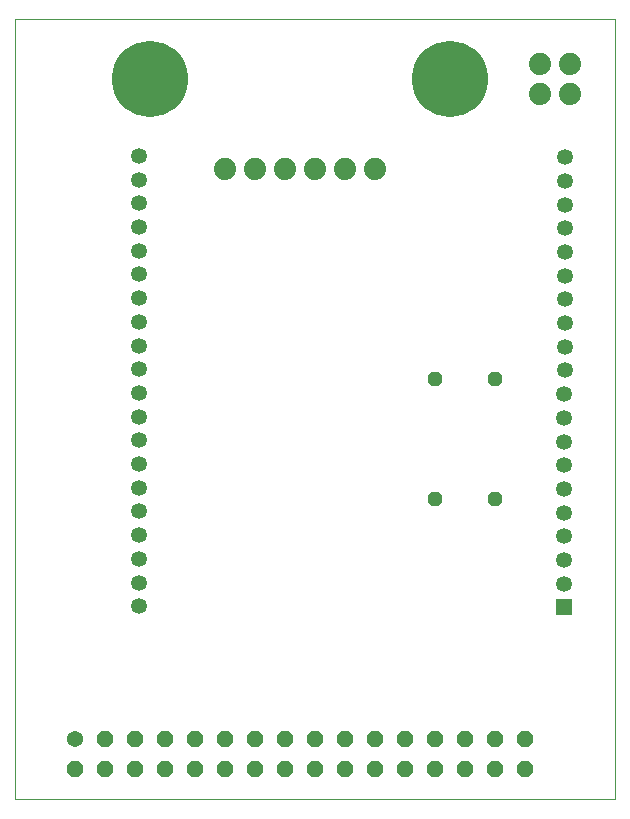
<source format=gbs>
G75*
%MOIN*%
%OFA0B0*%
%FSLAX24Y24*%
%IPPOS*%
%LPD*%
%AMOC8*
5,1,8,0,0,1.08239X$1,22.5*
%
%ADD10C,0.0000*%
%ADD11C,0.2540*%
%ADD12C,0.1260*%
%ADD13C,0.0540*%
%ADD14OC8,0.0540*%
%ADD15R,0.0531X0.0531*%
%ADD16C,0.0531*%
%ADD17OC8,0.0480*%
%ADD18C,0.0740*%
D10*
X006110Y000150D02*
X006110Y026150D01*
X026110Y026150D01*
X026110Y017350D01*
X026109Y000148D01*
X006110Y000150D01*
X009980Y024150D02*
X009982Y024200D01*
X009988Y024250D01*
X009998Y024299D01*
X010012Y024347D01*
X010029Y024394D01*
X010050Y024439D01*
X010075Y024483D01*
X010103Y024524D01*
X010135Y024563D01*
X010169Y024600D01*
X010206Y024634D01*
X010246Y024664D01*
X010288Y024691D01*
X010332Y024715D01*
X010378Y024736D01*
X010425Y024752D01*
X010473Y024765D01*
X010523Y024774D01*
X010572Y024779D01*
X010623Y024780D01*
X010673Y024777D01*
X010722Y024770D01*
X010771Y024759D01*
X010819Y024744D01*
X010865Y024726D01*
X010910Y024704D01*
X010953Y024678D01*
X010994Y024649D01*
X011033Y024617D01*
X011069Y024582D01*
X011101Y024544D01*
X011131Y024504D01*
X011158Y024461D01*
X011181Y024417D01*
X011200Y024371D01*
X011216Y024323D01*
X011228Y024274D01*
X011236Y024225D01*
X011240Y024175D01*
X011240Y024125D01*
X011236Y024075D01*
X011228Y024026D01*
X011216Y023977D01*
X011200Y023929D01*
X011181Y023883D01*
X011158Y023839D01*
X011131Y023796D01*
X011101Y023756D01*
X011069Y023718D01*
X011033Y023683D01*
X010994Y023651D01*
X010953Y023622D01*
X010910Y023596D01*
X010865Y023574D01*
X010819Y023556D01*
X010771Y023541D01*
X010722Y023530D01*
X010673Y023523D01*
X010623Y023520D01*
X010572Y023521D01*
X010523Y023526D01*
X010473Y023535D01*
X010425Y023548D01*
X010378Y023564D01*
X010332Y023585D01*
X010288Y023609D01*
X010246Y023636D01*
X010206Y023666D01*
X010169Y023700D01*
X010135Y023737D01*
X010103Y023776D01*
X010075Y023817D01*
X010050Y023861D01*
X010029Y023906D01*
X010012Y023953D01*
X009998Y024001D01*
X009988Y024050D01*
X009982Y024100D01*
X009980Y024150D01*
X019980Y024150D02*
X019982Y024200D01*
X019988Y024250D01*
X019998Y024299D01*
X020012Y024347D01*
X020029Y024394D01*
X020050Y024439D01*
X020075Y024483D01*
X020103Y024524D01*
X020135Y024563D01*
X020169Y024600D01*
X020206Y024634D01*
X020246Y024664D01*
X020288Y024691D01*
X020332Y024715D01*
X020378Y024736D01*
X020425Y024752D01*
X020473Y024765D01*
X020523Y024774D01*
X020572Y024779D01*
X020623Y024780D01*
X020673Y024777D01*
X020722Y024770D01*
X020771Y024759D01*
X020819Y024744D01*
X020865Y024726D01*
X020910Y024704D01*
X020953Y024678D01*
X020994Y024649D01*
X021033Y024617D01*
X021069Y024582D01*
X021101Y024544D01*
X021131Y024504D01*
X021158Y024461D01*
X021181Y024417D01*
X021200Y024371D01*
X021216Y024323D01*
X021228Y024274D01*
X021236Y024225D01*
X021240Y024175D01*
X021240Y024125D01*
X021236Y024075D01*
X021228Y024026D01*
X021216Y023977D01*
X021200Y023929D01*
X021181Y023883D01*
X021158Y023839D01*
X021131Y023796D01*
X021101Y023756D01*
X021069Y023718D01*
X021033Y023683D01*
X020994Y023651D01*
X020953Y023622D01*
X020910Y023596D01*
X020865Y023574D01*
X020819Y023556D01*
X020771Y023541D01*
X020722Y023530D01*
X020673Y023523D01*
X020623Y023520D01*
X020572Y023521D01*
X020523Y023526D01*
X020473Y023535D01*
X020425Y023548D01*
X020378Y023564D01*
X020332Y023585D01*
X020288Y023609D01*
X020246Y023636D01*
X020206Y023666D01*
X020169Y023700D01*
X020135Y023737D01*
X020103Y023776D01*
X020075Y023817D01*
X020050Y023861D01*
X020029Y023906D01*
X020012Y023953D01*
X019998Y024001D01*
X019988Y024050D01*
X019982Y024100D01*
X019980Y024150D01*
D11*
X020610Y024150D03*
X010610Y024150D03*
D12*
X010610Y024150D03*
X020610Y024150D03*
D13*
X008110Y002150D03*
D14*
X008110Y001150D03*
X009110Y001150D03*
X010110Y001150D03*
X010110Y002150D03*
X009110Y002150D03*
X011110Y002150D03*
X012110Y002150D03*
X012110Y001150D03*
X011110Y001150D03*
X013110Y001150D03*
X014110Y001150D03*
X014110Y002150D03*
X013110Y002150D03*
X015110Y002150D03*
X016110Y002150D03*
X016110Y001150D03*
X015110Y001150D03*
X017110Y001150D03*
X018110Y001150D03*
X018110Y002150D03*
X017110Y002150D03*
X019110Y002150D03*
X020110Y002150D03*
X020110Y001150D03*
X019110Y001150D03*
X021110Y001150D03*
X022110Y001150D03*
X022110Y002150D03*
X021110Y002150D03*
X023110Y002150D03*
X023110Y001150D03*
D15*
X024410Y006550D03*
D16*
X024410Y007340D03*
X024410Y008130D03*
X024410Y008920D03*
X024410Y009710D03*
X024410Y010500D03*
X024410Y011290D03*
X024410Y012080D03*
X024410Y012870D03*
X024410Y013660D03*
X024430Y014450D03*
X024430Y015240D03*
X024430Y016030D03*
X024430Y016820D03*
X024430Y017610D03*
X024430Y018400D03*
X024430Y019190D03*
X024430Y019980D03*
X024430Y020770D03*
X024430Y021560D03*
X010250Y021600D03*
X010250Y020810D03*
X010250Y020020D03*
X010250Y019230D03*
X010250Y018440D03*
X010250Y017650D03*
X010250Y016860D03*
X010250Y016070D03*
X010250Y015280D03*
X010250Y014490D03*
X010230Y013700D03*
X010230Y012910D03*
X010230Y012120D03*
X010230Y011330D03*
X010230Y010540D03*
X010230Y009750D03*
X010230Y008960D03*
X010230Y008170D03*
X010230Y007380D03*
X010230Y006590D03*
D17*
X020110Y010150D03*
X022110Y010150D03*
X022110Y014150D03*
X020110Y014150D03*
D18*
X018110Y021150D03*
X017110Y021150D03*
X016110Y021150D03*
X015110Y021150D03*
X014110Y021150D03*
X013110Y021150D03*
X023610Y023650D03*
X023610Y024650D03*
X024610Y024650D03*
X024610Y023650D03*
M02*

</source>
